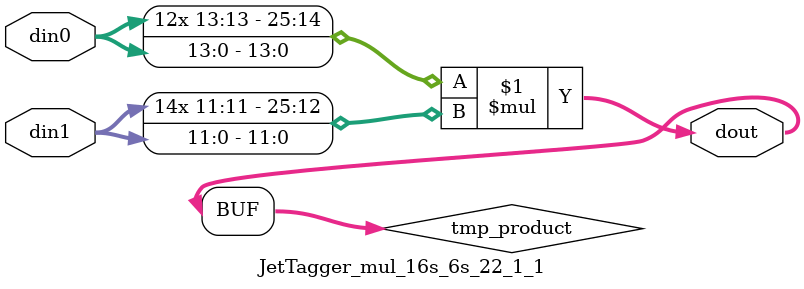
<source format=v>

`timescale 1 ns / 1 ps

  module JetTagger_mul_16s_6s_22_1_1(din0, din1, dout);
parameter ID = 1;
parameter NUM_STAGE = 0;
parameter din0_WIDTH = 14;
parameter din1_WIDTH = 12;
parameter dout_WIDTH = 26;

input [din0_WIDTH - 1 : 0] din0; 
input [din1_WIDTH - 1 : 0] din1; 
output [dout_WIDTH - 1 : 0] dout;

wire signed [dout_WIDTH - 1 : 0] tmp_product;













assign tmp_product = $signed(din0) * $signed(din1);








assign dout = tmp_product;







endmodule

</source>
